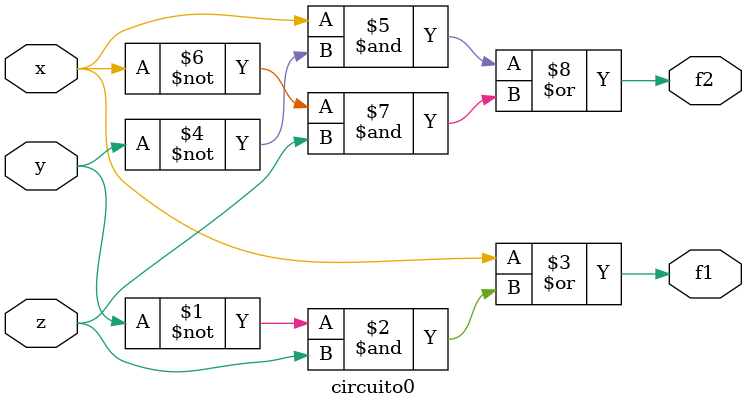
<source format=sv>
module circuito0 (
    input logic x,
    input logic y,
    input logic z,
    output logic f1,
    output logic f2
);
assign f1 = x | ((~y) & z);
assign f2 = (x & (~y)) | ((~x) & z);
endmodule 
</source>
